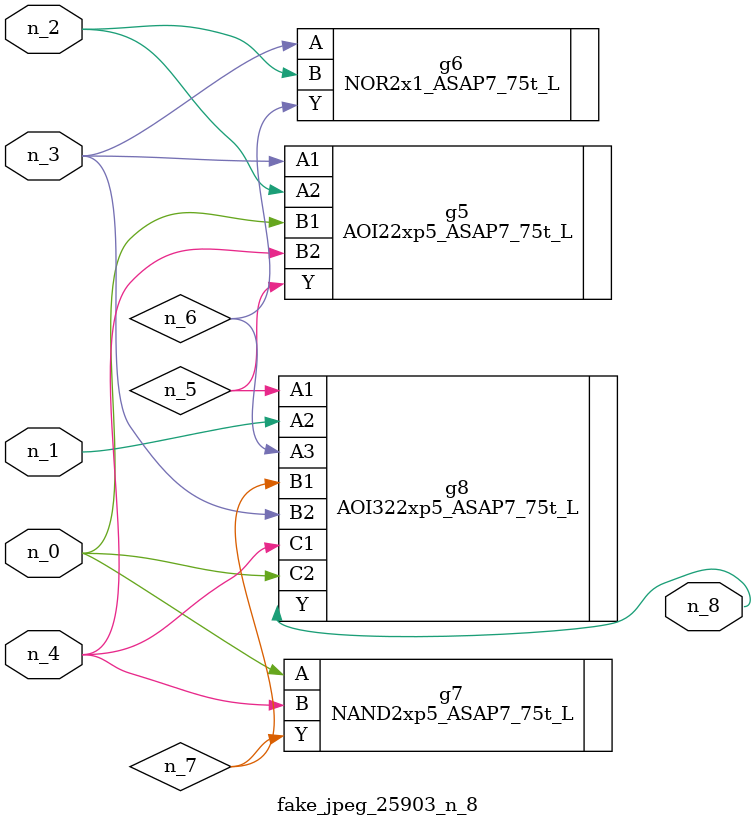
<source format=v>
module fake_jpeg_25903_n_8 (n_3, n_2, n_1, n_0, n_4, n_8);

input n_3;
input n_2;
input n_1;
input n_0;
input n_4;

output n_8;

wire n_6;
wire n_5;
wire n_7;

AOI22xp5_ASAP7_75t_L g5 ( 
.A1(n_3),
.A2(n_2),
.B1(n_0),
.B2(n_4),
.Y(n_5)
);

NOR2x1_ASAP7_75t_L g6 ( 
.A(n_3),
.B(n_2),
.Y(n_6)
);

NAND2xp5_ASAP7_75t_L g7 ( 
.A(n_0),
.B(n_4),
.Y(n_7)
);

AOI322xp5_ASAP7_75t_L g8 ( 
.A1(n_5),
.A2(n_1),
.A3(n_6),
.B1(n_7),
.B2(n_3),
.C1(n_4),
.C2(n_0),
.Y(n_8)
);


endmodule
</source>
